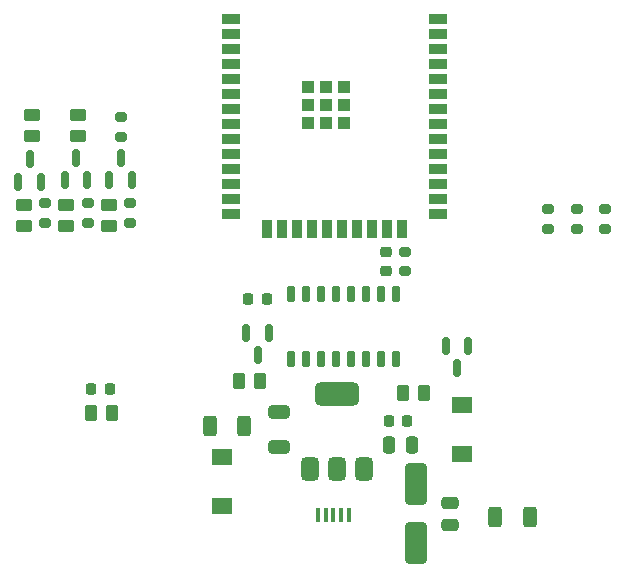
<source format=gbr>
%TF.GenerationSoftware,KiCad,Pcbnew,9.0.2*%
%TF.CreationDate,2025-10-01T22:28:33+03:00*%
%TF.ProjectId,customESP32board,63757374-6f6d-4455-9350-3332626f6172,rev?*%
%TF.SameCoordinates,Original*%
%TF.FileFunction,Paste,Top*%
%TF.FilePolarity,Positive*%
%FSLAX46Y46*%
G04 Gerber Fmt 4.6, Leading zero omitted, Abs format (unit mm)*
G04 Created by KiCad (PCBNEW 9.0.2) date 2025-10-01 22:28:33*
%MOMM*%
%LPD*%
G01*
G04 APERTURE LIST*
G04 Aperture macros list*
%AMRoundRect*
0 Rectangle with rounded corners*
0 $1 Rounding radius*
0 $2 $3 $4 $5 $6 $7 $8 $9 X,Y pos of 4 corners*
0 Add a 4 corners polygon primitive as box body*
4,1,4,$2,$3,$4,$5,$6,$7,$8,$9,$2,$3,0*
0 Add four circle primitives for the rounded corners*
1,1,$1+$1,$2,$3*
1,1,$1+$1,$4,$5*
1,1,$1+$1,$6,$7*
1,1,$1+$1,$8,$9*
0 Add four rect primitives between the rounded corners*
20,1,$1+$1,$2,$3,$4,$5,0*
20,1,$1+$1,$4,$5,$6,$7,0*
20,1,$1+$1,$6,$7,$8,$9,0*
20,1,$1+$1,$8,$9,$2,$3,0*%
G04 Aperture macros list end*
%ADD10RoundRect,0.250000X-0.262500X-0.450000X0.262500X-0.450000X0.262500X0.450000X-0.262500X0.450000X0*%
%ADD11RoundRect,0.250000X-0.250000X-0.475000X0.250000X-0.475000X0.250000X0.475000X-0.250000X0.475000X0*%
%ADD12RoundRect,0.250000X0.262500X0.450000X-0.262500X0.450000X-0.262500X-0.450000X0.262500X-0.450000X0*%
%ADD13RoundRect,0.218750X-0.256250X0.218750X-0.256250X-0.218750X0.256250X-0.218750X0.256250X0.218750X0*%
%ADD14RoundRect,0.250000X-0.650000X0.325000X-0.650000X-0.325000X0.650000X-0.325000X0.650000X0.325000X0*%
%ADD15RoundRect,0.250000X0.475000X-0.250000X0.475000X0.250000X-0.475000X0.250000X-0.475000X-0.250000X0*%
%ADD16R,1.500000X0.900000*%
%ADD17R,0.900000X1.500000*%
%ADD18R,1.050000X1.050000*%
%ADD19RoundRect,0.200000X-0.275000X0.200000X-0.275000X-0.200000X0.275000X-0.200000X0.275000X0.200000X0*%
%ADD20RoundRect,0.250000X0.450000X-0.262500X0.450000X0.262500X-0.450000X0.262500X-0.450000X-0.262500X0*%
%ADD21RoundRect,0.218750X0.218750X0.256250X-0.218750X0.256250X-0.218750X-0.256250X0.218750X-0.256250X0*%
%ADD22RoundRect,0.250000X-0.450000X0.262500X-0.450000X-0.262500X0.450000X-0.262500X0.450000X0.262500X0*%
%ADD23RoundRect,0.225000X0.225000X0.250000X-0.225000X0.250000X-0.225000X-0.250000X0.225000X-0.250000X0*%
%ADD24RoundRect,0.225000X-0.225000X-0.250000X0.225000X-0.250000X0.225000X0.250000X-0.225000X0.250000X0*%
%ADD25RoundRect,0.150000X-0.150000X0.587500X-0.150000X-0.587500X0.150000X-0.587500X0.150000X0.587500X0*%
%ADD26R,1.800000X1.350000*%
%ADD27RoundRect,0.077500X-0.232500X0.577500X-0.232500X-0.577500X0.232500X-0.577500X0.232500X0.577500X0*%
%ADD28RoundRect,0.250000X-0.650000X1.500000X-0.650000X-1.500000X0.650000X-1.500000X0.650000X1.500000X0*%
%ADD29RoundRect,0.150000X0.150000X-0.587500X0.150000X0.587500X-0.150000X0.587500X-0.150000X-0.587500X0*%
%ADD30RoundRect,0.200000X0.275000X-0.200000X0.275000X0.200000X-0.275000X0.200000X-0.275000X-0.200000X0*%
%ADD31R,0.450000X1.300000*%
%ADD32RoundRect,0.375000X0.375000X-0.625000X0.375000X0.625000X-0.375000X0.625000X-0.375000X-0.625000X0*%
%ADD33RoundRect,0.500000X1.400000X-0.500000X1.400000X0.500000X-1.400000X0.500000X-1.400000X-0.500000X0*%
%ADD34RoundRect,0.250000X-0.312500X-0.625000X0.312500X-0.625000X0.312500X0.625000X-0.312500X0.625000X0*%
G04 APERTURE END LIST*
D10*
%TO.C,R3*%
X139887500Y-112700000D03*
X141712500Y-112700000D03*
%TD*%
D11*
%TO.C,C7*%
X138750000Y-117100000D03*
X140650000Y-117100000D03*
%TD*%
D12*
%TO.C,R2*%
X127812500Y-111700000D03*
X125987500Y-111700000D03*
%TD*%
D13*
%TO.C,D5*%
X138500000Y-100812500D03*
X138500000Y-102387500D03*
%TD*%
D14*
%TO.C,C11*%
X129400000Y-114325000D03*
X129400000Y-117275000D03*
%TD*%
D15*
%TO.C,C1*%
X143900000Y-123950000D03*
X143900000Y-122050000D03*
%TD*%
D16*
%TO.C,U1*%
X125350000Y-81050000D03*
X125350000Y-82320000D03*
X125350000Y-83590000D03*
X125350000Y-84860000D03*
X125350000Y-86130000D03*
X125350000Y-87400000D03*
X125350000Y-88670000D03*
X125350000Y-89940000D03*
X125350000Y-91210000D03*
X125350000Y-92480000D03*
X125350000Y-93750000D03*
X125350000Y-95020000D03*
X125350000Y-96290000D03*
X125350000Y-97560000D03*
D17*
X128390000Y-98810000D03*
X129660000Y-98810000D03*
X130930000Y-98810000D03*
X132200000Y-98810000D03*
X133470000Y-98810000D03*
X134740000Y-98810000D03*
X136010000Y-98810000D03*
X137280000Y-98810000D03*
X138550000Y-98810000D03*
X139820000Y-98810000D03*
D16*
X142850000Y-97560000D03*
X142850000Y-96290000D03*
X142850000Y-95020000D03*
X142850000Y-93750000D03*
X142850000Y-92480000D03*
X142850000Y-91210000D03*
X142850000Y-89940000D03*
X142850000Y-88670000D03*
X142850000Y-87400000D03*
X142850000Y-86130000D03*
X142850000Y-84860000D03*
X142850000Y-83590000D03*
X142850000Y-82320000D03*
X142850000Y-81050000D03*
D18*
X131895000Y-86865000D03*
X131895000Y-88390000D03*
X131895000Y-89915000D03*
X133420000Y-86865000D03*
X133420000Y-88390000D03*
X133420000Y-89915000D03*
X134945000Y-86865000D03*
X134945000Y-88390000D03*
X134945000Y-89915000D03*
%TD*%
D19*
%TO.C,R8*%
X154600000Y-97175000D03*
X154600000Y-98825000D03*
%TD*%
D20*
%TO.C,R12*%
X108500000Y-91012500D03*
X108500000Y-89187500D03*
%TD*%
D19*
%TO.C,R13*%
X116800000Y-96675000D03*
X116800000Y-98325000D03*
%TD*%
D21*
%TO.C,D9*%
X115087500Y-112400000D03*
X113512500Y-112400000D03*
%TD*%
D22*
%TO.C,R17*%
X111400000Y-96787500D03*
X111400000Y-98612500D03*
%TD*%
D23*
%TO.C,C3*%
X128375000Y-104800000D03*
X126825000Y-104800000D03*
%TD*%
D24*
%TO.C,C6*%
X138725000Y-115100000D03*
X140275000Y-115100000D03*
%TD*%
D19*
%TO.C,R7*%
X157000000Y-97175000D03*
X157000000Y-98825000D03*
%TD*%
D25*
%TO.C,Q2*%
X145450000Y-108762500D03*
X143550000Y-108762500D03*
X144500000Y-110637500D03*
%TD*%
D20*
%TO.C,R11*%
X112400000Y-91012500D03*
X112400000Y-89187500D03*
%TD*%
D19*
%TO.C,R15*%
X109600000Y-96675000D03*
X109600000Y-98325000D03*
%TD*%
D26*
%TO.C,SW2*%
X144900000Y-113725000D03*
X144900000Y-117875000D03*
%TD*%
D22*
%TO.C,R16*%
X115000000Y-96787500D03*
X115000000Y-98612500D03*
%TD*%
D27*
%TO.C,U2*%
X139345000Y-104350000D03*
X138075000Y-104350000D03*
X136805000Y-104350000D03*
X135535000Y-104350000D03*
X134265000Y-104350000D03*
X132995000Y-104350000D03*
X131725000Y-104350000D03*
X130455000Y-104350000D03*
X130455000Y-109850000D03*
X131725000Y-109850000D03*
X132995000Y-109850000D03*
X134265000Y-109850000D03*
X135535000Y-109850000D03*
X136805000Y-109850000D03*
X138075000Y-109850000D03*
X139345000Y-109850000D03*
%TD*%
D28*
%TO.C,D1*%
X141000000Y-120400000D03*
X141000000Y-125400000D03*
%TD*%
D29*
%TO.C,Q3*%
X115050000Y-94737500D03*
X116950000Y-94737500D03*
X116000000Y-92862500D03*
%TD*%
D30*
%TO.C,R10*%
X116000000Y-91025000D03*
X116000000Y-89375000D03*
%TD*%
D31*
%TO.C,J1*%
X132700000Y-123100000D03*
X133350000Y-123100000D03*
X134000000Y-123100000D03*
X134650000Y-123100000D03*
X135300000Y-123100000D03*
%TD*%
D19*
%TO.C,R9*%
X152200000Y-97175000D03*
X152200000Y-98825000D03*
%TD*%
D29*
%TO.C,Q5*%
X107350000Y-94837500D03*
X109250000Y-94837500D03*
X108300000Y-92962500D03*
%TD*%
D32*
%TO.C,U3*%
X132000000Y-119150000D03*
X134300000Y-119150000D03*
D33*
X134300000Y-112850000D03*
D32*
X136600000Y-119150000D03*
%TD*%
D10*
%TO.C,R1*%
X113487500Y-114400000D03*
X115312500Y-114400000D03*
%TD*%
D34*
%TO.C,R6*%
X147737500Y-123200000D03*
X150662500Y-123200000D03*
%TD*%
%TO.C,R5*%
X123537500Y-115500000D03*
X126462500Y-115500000D03*
%TD*%
D22*
%TO.C,R18*%
X107800000Y-96787500D03*
X107800000Y-98612500D03*
%TD*%
D19*
%TO.C,R14*%
X113200000Y-96675000D03*
X113200000Y-98325000D03*
%TD*%
D26*
%TO.C,SW1*%
X124600000Y-122275000D03*
X124600000Y-118125000D03*
%TD*%
D29*
%TO.C,Q4*%
X111250000Y-94737500D03*
X113150000Y-94737500D03*
X112200000Y-92862500D03*
%TD*%
D25*
%TO.C,Q1*%
X128550000Y-107662500D03*
X126650000Y-107662500D03*
X127600000Y-109537500D03*
%TD*%
D30*
%TO.C,R4*%
X140100000Y-102425000D03*
X140100000Y-100775000D03*
%TD*%
M02*

</source>
